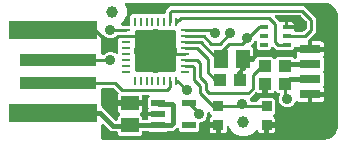
<source format=gbr>
G04 EAGLE Gerber RS-274X export*
G75*
%MOMM*%
%FSLAX34Y34*%
%LPD*%
%INTop Copper*%
%IPPOS*%
%AMOC8*
5,1,8,0,0,1.08239X$1,22.5*%
G01*
%ADD10R,7.500000X1.500000*%
%ADD11R,6.500000X1.000000*%
%ADD12R,1.800000X0.800000*%
%ADD13R,1.075000X1.000000*%
%ADD14C,1.000000*%
%ADD15R,1.240000X1.500000*%
%ADD16R,1.500000X1.240000*%
%ADD17R,0.900000X0.900000*%
%ADD18C,0.350000*%
%ADD19R,0.250000X0.800000*%
%ADD20R,0.800000X0.250000*%
%ADD21R,0.700000X0.350000*%
%ADD22R,1.200000X0.550000*%
%ADD23C,0.254000*%
%ADD24C,0.906400*%
%ADD25C,0.406400*%

G36*
X278110Y2543D02*
X278110Y2543D01*
X278214Y2547D01*
X280105Y2733D01*
X280208Y2757D01*
X280314Y2771D01*
X280394Y2799D01*
X280415Y2804D01*
X280429Y2811D01*
X280466Y2824D01*
X283959Y4270D01*
X283967Y4275D01*
X283976Y4278D01*
X284105Y4354D01*
X284235Y4428D01*
X284242Y4434D01*
X284250Y4439D01*
X284371Y4546D01*
X287044Y7219D01*
X287050Y7226D01*
X287057Y7232D01*
X287147Y7351D01*
X287239Y7470D01*
X287243Y7479D01*
X287249Y7486D01*
X287320Y7631D01*
X288766Y11124D01*
X288795Y11226D01*
X288831Y11326D01*
X288845Y11410D01*
X288850Y11431D01*
X288851Y11446D01*
X288857Y11485D01*
X289043Y13376D01*
X289043Y13395D01*
X289049Y13500D01*
X289049Y107149D01*
X289047Y107169D01*
X289043Y107274D01*
X288857Y109164D01*
X288833Y109268D01*
X288818Y109373D01*
X288791Y109453D01*
X288786Y109474D01*
X288779Y109488D01*
X288766Y109525D01*
X287319Y113019D01*
X287315Y113027D01*
X287312Y113036D01*
X287236Y113165D01*
X287162Y113295D01*
X287155Y113302D01*
X287151Y113310D01*
X287044Y113431D01*
X284371Y116104D01*
X284363Y116110D01*
X284357Y116117D01*
X284238Y116207D01*
X284119Y116299D01*
X284111Y116303D01*
X284103Y116309D01*
X283959Y116379D01*
X280465Y117826D01*
X280363Y117854D01*
X280263Y117891D01*
X280180Y117905D01*
X280159Y117910D01*
X280143Y117911D01*
X280104Y117917D01*
X278214Y118103D01*
X278194Y118103D01*
X278089Y118109D01*
X110108Y118109D01*
X110058Y118103D01*
X110009Y118105D01*
X109901Y118083D01*
X109792Y118069D01*
X109746Y118051D01*
X109697Y118041D01*
X109598Y117993D01*
X109496Y117952D01*
X109456Y117923D01*
X109411Y117901D01*
X109328Y117830D01*
X109239Y117766D01*
X109207Y117727D01*
X109169Y117695D01*
X109106Y117605D01*
X109036Y117521D01*
X109015Y117476D01*
X108986Y117435D01*
X108947Y117332D01*
X108901Y117233D01*
X108891Y117184D01*
X108874Y117138D01*
X108861Y117028D01*
X108841Y116921D01*
X108844Y116871D01*
X108838Y116822D01*
X108854Y116713D01*
X108861Y116603D01*
X108876Y116556D01*
X108883Y116507D01*
X108935Y116354D01*
X110331Y112985D01*
X110331Y107995D01*
X108422Y103386D01*
X105983Y100947D01*
X105897Y100838D01*
X105809Y100731D01*
X105800Y100712D01*
X105788Y100696D01*
X105732Y100568D01*
X105673Y100443D01*
X105670Y100423D01*
X105661Y100404D01*
X105640Y100266D01*
X105614Y100130D01*
X105615Y100110D01*
X105612Y100090D01*
X105625Y99951D01*
X105633Y99813D01*
X105640Y99794D01*
X105641Y99774D01*
X105689Y99642D01*
X105731Y99511D01*
X105742Y99493D01*
X105749Y99474D01*
X105827Y99359D01*
X105901Y99242D01*
X105916Y99228D01*
X105928Y99211D01*
X106032Y99119D01*
X106133Y99024D01*
X106151Y99014D01*
X106166Y99001D01*
X106290Y98937D01*
X106412Y98870D01*
X106431Y98865D01*
X106449Y98856D01*
X106585Y98826D01*
X106720Y98791D01*
X106748Y98789D01*
X106760Y98786D01*
X106780Y98787D01*
X106880Y98781D01*
X111546Y98781D01*
X111584Y98771D01*
X111684Y98765D01*
X111704Y98761D01*
X111716Y98763D01*
X111744Y98761D01*
X112060Y98761D01*
X112178Y98776D01*
X112297Y98783D01*
X112335Y98796D01*
X112376Y98801D01*
X112486Y98844D01*
X112599Y98881D01*
X112634Y98903D01*
X112671Y98918D01*
X112767Y98987D01*
X112868Y99051D01*
X112896Y99081D01*
X112929Y99104D01*
X113005Y99196D01*
X113086Y99283D01*
X113106Y99318D01*
X113131Y99349D01*
X113182Y99457D01*
X113240Y99561D01*
X113250Y99601D01*
X113267Y99637D01*
X113289Y99754D01*
X113319Y99869D01*
X113323Y99929D01*
X113327Y99949D01*
X113325Y99970D01*
X113329Y100030D01*
X113329Y107522D01*
X114818Y109011D01*
X142040Y109011D01*
X142158Y109026D01*
X142277Y109033D01*
X142315Y109046D01*
X142356Y109051D01*
X142466Y109094D01*
X142579Y109131D01*
X142614Y109153D01*
X142651Y109168D01*
X142747Y109237D01*
X142848Y109301D01*
X142876Y109331D01*
X142909Y109354D01*
X142985Y109446D01*
X143066Y109533D01*
X143086Y109568D01*
X143111Y109599D01*
X143162Y109707D01*
X143220Y109811D01*
X143230Y109851D01*
X143247Y109887D01*
X143269Y110004D01*
X143299Y110119D01*
X143303Y110179D01*
X143307Y110199D01*
X143305Y110220D01*
X143309Y110280D01*
X143309Y111868D01*
X147012Y115571D01*
X260658Y115571D01*
X270511Y105718D01*
X270511Y93672D01*
X267907Y91068D01*
X264002Y87163D01*
X263942Y87085D01*
X263874Y87013D01*
X263845Y86960D01*
X263808Y86912D01*
X263768Y86821D01*
X263720Y86734D01*
X263705Y86676D01*
X263681Y86620D01*
X263666Y86522D01*
X263641Y86426D01*
X263635Y86326D01*
X263631Y86306D01*
X263632Y86294D01*
X263631Y86266D01*
X263631Y81049D01*
X253030Y81049D01*
X252912Y81034D01*
X252793Y81027D01*
X252755Y81014D01*
X252714Y81009D01*
X252604Y80966D01*
X252491Y80929D01*
X252456Y80907D01*
X252419Y80892D01*
X252323Y80823D01*
X252222Y80759D01*
X252194Y80729D01*
X252161Y80706D01*
X252085Y80614D01*
X252004Y80527D01*
X251984Y80492D01*
X251959Y80461D01*
X251908Y80353D01*
X251850Y80249D01*
X251840Y80209D01*
X251823Y80173D01*
X251801Y80056D01*
X251771Y79941D01*
X251767Y79881D01*
X251766Y79872D01*
X250272Y78379D01*
X241164Y78379D01*
X241101Y78428D01*
X241029Y78496D01*
X240976Y78525D01*
X240928Y78562D01*
X240837Y78602D01*
X240750Y78650D01*
X240692Y78665D01*
X240636Y78689D01*
X240539Y78704D01*
X240443Y78729D01*
X240342Y78735D01*
X240322Y78739D01*
X240310Y78737D01*
X240282Y78739D01*
X237182Y78739D01*
X234927Y80993D01*
X234818Y81079D01*
X234711Y81167D01*
X234692Y81176D01*
X234676Y81188D01*
X234548Y81244D01*
X234423Y81303D01*
X234403Y81307D01*
X234384Y81315D01*
X234246Y81337D01*
X234110Y81363D01*
X234090Y81361D01*
X234070Y81364D01*
X233931Y81351D01*
X233793Y81343D01*
X233774Y81337D01*
X233754Y81335D01*
X233622Y81287D01*
X233491Y81245D01*
X233473Y81234D01*
X233454Y81227D01*
X233339Y81149D01*
X233222Y81075D01*
X233208Y81060D01*
X233191Y81048D01*
X233099Y80944D01*
X233004Y80843D01*
X232994Y80825D01*
X232981Y80810D01*
X232917Y80686D01*
X232850Y80564D01*
X232845Y80545D01*
X232836Y80527D01*
X232806Y80391D01*
X232771Y80257D01*
X232769Y80228D01*
X232766Y80217D01*
X232767Y80196D01*
X232761Y80096D01*
X232761Y79868D01*
X231272Y78379D01*
X222168Y78379D01*
X220679Y79868D01*
X220679Y84774D01*
X220671Y84843D01*
X220672Y84913D01*
X220651Y85000D01*
X220639Y85089D01*
X220614Y85154D01*
X220597Y85222D01*
X220555Y85301D01*
X220522Y85385D01*
X220481Y85441D01*
X220449Y85503D01*
X220388Y85569D01*
X220336Y85642D01*
X220282Y85687D01*
X220235Y85738D01*
X220160Y85788D01*
X220091Y85845D01*
X220027Y85875D01*
X219969Y85913D01*
X219884Y85942D01*
X219803Y85980D01*
X219734Y85994D01*
X219668Y86016D01*
X219579Y86023D01*
X219491Y86040D01*
X219421Y86036D01*
X219351Y86041D01*
X219263Y86026D01*
X219173Y86020D01*
X219107Y85999D01*
X219038Y85987D01*
X218956Y85950D01*
X218871Y85922D01*
X218812Y85885D01*
X218748Y85856D01*
X218678Y85800D01*
X218602Y85752D01*
X218554Y85701D01*
X218500Y85658D01*
X218445Y85586D01*
X218384Y85521D01*
X218350Y85460D01*
X218308Y85404D01*
X218237Y85259D01*
X218086Y84894D01*
X216042Y82849D01*
X215965Y82750D01*
X215882Y82655D01*
X215867Y82625D01*
X215847Y82598D01*
X215797Y82483D01*
X215741Y82370D01*
X215734Y82337D01*
X215720Y82306D01*
X215701Y82182D01*
X215674Y82059D01*
X215676Y82025D01*
X215670Y81992D01*
X215682Y81867D01*
X215687Y81741D01*
X215697Y81709D01*
X215700Y81675D01*
X215743Y81557D01*
X215779Y81437D01*
X215796Y81408D01*
X215808Y81376D01*
X215878Y81272D01*
X215943Y81165D01*
X215968Y81141D01*
X215986Y81113D01*
X216081Y81030D01*
X216170Y80942D01*
X216211Y80915D01*
X216225Y80903D01*
X216244Y80893D01*
X216304Y80853D01*
X216650Y80653D01*
X217123Y80180D01*
X217458Y79601D01*
X217631Y78954D01*
X217631Y73659D01*
X210160Y73659D01*
X210042Y73644D01*
X209923Y73637D01*
X209885Y73624D01*
X209845Y73619D01*
X209734Y73575D01*
X209621Y73539D01*
X209586Y73517D01*
X209549Y73502D01*
X209453Y73432D01*
X209352Y73369D01*
X209324Y73339D01*
X209292Y73315D01*
X209216Y73224D01*
X209134Y73137D01*
X209115Y73102D01*
X209089Y73070D01*
X209038Y72963D01*
X208981Y72859D01*
X208970Y72819D01*
X208953Y72783D01*
X208931Y72666D01*
X208901Y72551D01*
X208897Y72490D01*
X208893Y72470D01*
X208895Y72450D01*
X208891Y72390D01*
X208891Y71119D01*
X207620Y71119D01*
X207502Y71104D01*
X207383Y71097D01*
X207345Y71084D01*
X207305Y71079D01*
X207194Y71035D01*
X207081Y70999D01*
X207046Y70977D01*
X207009Y70962D01*
X206913Y70892D01*
X206812Y70829D01*
X206784Y70799D01*
X206751Y70775D01*
X206676Y70684D01*
X206594Y70597D01*
X206574Y70562D01*
X206549Y70530D01*
X206498Y70423D01*
X206440Y70319D01*
X206430Y70279D01*
X206413Y70243D01*
X206391Y70126D01*
X206361Y70011D01*
X206357Y69950D01*
X206353Y69930D01*
X206355Y69910D01*
X206353Y69892D01*
X206353Y69891D01*
X206351Y69850D01*
X206351Y61079D01*
X205390Y61079D01*
X205272Y61064D01*
X205153Y61057D01*
X205115Y61044D01*
X205074Y61039D01*
X204964Y60996D01*
X204851Y60959D01*
X204816Y60937D01*
X204779Y60922D01*
X204682Y60853D01*
X204582Y60789D01*
X204554Y60759D01*
X204521Y60736D01*
X204445Y60644D01*
X204364Y60557D01*
X204344Y60522D01*
X204319Y60491D01*
X204268Y60383D01*
X204210Y60279D01*
X204200Y60239D01*
X204183Y60203D01*
X204161Y60086D01*
X204131Y59971D01*
X204127Y59911D01*
X204123Y59891D01*
X204125Y59870D01*
X204121Y59810D01*
X204121Y54570D01*
X204136Y54452D01*
X204143Y54333D01*
X204155Y54295D01*
X204161Y54255D01*
X204204Y54144D01*
X204241Y54031D01*
X204263Y53997D01*
X204278Y53959D01*
X204347Y53863D01*
X204411Y53762D01*
X204441Y53734D01*
X204464Y53702D01*
X204556Y53626D01*
X204643Y53544D01*
X204678Y53525D01*
X204709Y53499D01*
X204817Y53448D01*
X204921Y53391D01*
X204961Y53381D01*
X204997Y53363D01*
X205114Y53341D01*
X205229Y53311D01*
X205289Y53307D01*
X205309Y53304D01*
X205330Y53305D01*
X205390Y53301D01*
X207850Y53301D01*
X207968Y53316D01*
X208087Y53323D01*
X208125Y53336D01*
X208166Y53341D01*
X208276Y53385D01*
X208389Y53421D01*
X208424Y53443D01*
X208461Y53458D01*
X208557Y53528D01*
X208658Y53591D01*
X208686Y53621D01*
X208719Y53645D01*
X208795Y53736D01*
X208876Y53823D01*
X208896Y53858D01*
X208921Y53890D01*
X208972Y53997D01*
X209030Y54102D01*
X209040Y54141D01*
X209057Y54177D01*
X209079Y54294D01*
X209109Y54410D01*
X209113Y54470D01*
X209117Y54490D01*
X209116Y54497D01*
X209117Y54499D01*
X209116Y54515D01*
X209119Y54570D01*
X209119Y60881D01*
X210160Y60881D01*
X210278Y60896D01*
X210397Y60903D01*
X210435Y60916D01*
X210475Y60921D01*
X210586Y60964D01*
X210699Y61001D01*
X210734Y61023D01*
X210771Y61038D01*
X210867Y61107D01*
X210968Y61171D01*
X210996Y61201D01*
X211028Y61224D01*
X211104Y61316D01*
X211186Y61403D01*
X211205Y61438D01*
X211231Y61469D01*
X211282Y61577D01*
X211339Y61681D01*
X211350Y61721D01*
X211367Y61757D01*
X211389Y61874D01*
X211419Y61989D01*
X211423Y62049D01*
X211427Y62069D01*
X211425Y62090D01*
X211429Y62150D01*
X211429Y68581D01*
X218045Y68581D01*
X218163Y68596D01*
X218282Y68603D01*
X218320Y68616D01*
X218361Y68621D01*
X218471Y68664D01*
X218584Y68701D01*
X218619Y68723D01*
X218656Y68738D01*
X218752Y68808D01*
X218853Y68871D01*
X218881Y68901D01*
X218914Y68925D01*
X218990Y69016D01*
X219071Y69103D01*
X219091Y69138D01*
X219116Y69169D01*
X219167Y69277D01*
X219225Y69381D01*
X219235Y69421D01*
X219252Y69457D01*
X219274Y69574D01*
X219304Y69689D01*
X219308Y69750D01*
X219312Y69770D01*
X219310Y69790D01*
X219314Y69850D01*
X219314Y70842D01*
X220803Y72331D01*
X233657Y72331D01*
X234832Y71156D01*
X234927Y71083D01*
X235016Y71004D01*
X235052Y70986D01*
X235084Y70961D01*
X235193Y70913D01*
X235299Y70859D01*
X235338Y70850D01*
X235376Y70834D01*
X235493Y70816D01*
X235609Y70790D01*
X235650Y70791D01*
X235690Y70785D01*
X235808Y70796D01*
X235927Y70799D01*
X235966Y70811D01*
X236006Y70814D01*
X236119Y70855D01*
X236233Y70888D01*
X236267Y70908D01*
X236306Y70922D01*
X236404Y70989D01*
X236507Y71049D01*
X236552Y71089D01*
X236569Y71101D01*
X236582Y71116D01*
X236627Y71156D01*
X237803Y72331D01*
X250657Y72331D01*
X251694Y71294D01*
X251772Y71234D01*
X251844Y71166D01*
X251897Y71137D01*
X251945Y71100D01*
X252036Y71060D01*
X252123Y71012D01*
X252181Y70997D01*
X252237Y70973D01*
X252335Y70958D01*
X252430Y70933D01*
X252531Y70927D01*
X252551Y70923D01*
X252563Y70925D01*
X252591Y70923D01*
X253084Y70923D01*
X253182Y70935D01*
X253281Y70938D01*
X253339Y70955D01*
X253399Y70963D01*
X253491Y70999D01*
X253587Y71027D01*
X253639Y71057D01*
X253695Y71080D01*
X253775Y71138D01*
X253860Y71188D01*
X253936Y71254D01*
X253952Y71266D01*
X253960Y71276D01*
X253981Y71294D01*
X254489Y71802D01*
X254563Y71897D01*
X254642Y71987D01*
X254660Y72023D01*
X254684Y72054D01*
X254732Y72164D01*
X254786Y72271D01*
X254795Y72309D01*
X254811Y72346D01*
X254830Y72464D01*
X254856Y72581D01*
X254854Y72621D01*
X254861Y72660D01*
X254849Y72779D01*
X254845Y72899D01*
X254834Y72937D01*
X254831Y72976D01*
X254790Y73089D01*
X254757Y73204D01*
X254736Y73239D01*
X254723Y73276D01*
X254693Y73320D01*
X254680Y73345D01*
X254262Y74069D01*
X254089Y74716D01*
X254089Y77051D01*
X264900Y77051D01*
X265018Y77066D01*
X265137Y77073D01*
X265175Y77085D01*
X265215Y77091D01*
X265326Y77134D01*
X265439Y77171D01*
X265473Y77193D01*
X265511Y77208D01*
X265607Y77277D01*
X265624Y77288D01*
X265648Y77274D01*
X265680Y77249D01*
X265787Y77198D01*
X265892Y77140D01*
X265931Y77130D01*
X265967Y77113D01*
X266084Y77091D01*
X266200Y77061D01*
X266260Y77057D01*
X266280Y77053D01*
X266300Y77055D01*
X266360Y77051D01*
X277171Y77051D01*
X277171Y74716D01*
X276998Y74069D01*
X276620Y73416D01*
X276619Y73414D01*
X276615Y73407D01*
X276594Y73370D01*
X276577Y73348D01*
X276529Y73238D01*
X276474Y73131D01*
X276466Y73092D01*
X276450Y73056D01*
X276431Y72938D01*
X276405Y72821D01*
X276406Y72781D01*
X276400Y72742D01*
X276411Y72623D01*
X276414Y72503D01*
X276425Y72465D01*
X276429Y72425D01*
X276469Y72312D01*
X276503Y72197D01*
X276523Y72163D01*
X276536Y72126D01*
X276603Y72027D01*
X276664Y71923D01*
X276703Y71879D01*
X276714Y71863D01*
X276730Y71849D01*
X276771Y71803D01*
X277171Y71402D01*
X277171Y61298D01*
X276771Y60897D01*
X276698Y60803D01*
X276619Y60714D01*
X276601Y60678D01*
X276576Y60646D01*
X276528Y60537D01*
X276474Y60431D01*
X276465Y60392D01*
X276449Y60354D01*
X276431Y60237D01*
X276405Y60121D01*
X276406Y60080D01*
X276400Y60040D01*
X276411Y59922D01*
X276414Y59803D01*
X276426Y59764D01*
X276429Y59724D01*
X276470Y59612D01*
X276503Y59497D01*
X276523Y59462D01*
X276537Y59424D01*
X276604Y59326D01*
X276664Y59223D01*
X276704Y59178D01*
X276716Y59161D01*
X276731Y59148D01*
X276771Y59102D01*
X277171Y58702D01*
X277171Y48598D01*
X276771Y48197D01*
X276697Y48103D01*
X276618Y48013D01*
X276600Y47977D01*
X276576Y47946D01*
X276528Y47836D01*
X276474Y47729D01*
X276465Y47691D01*
X276449Y47654D01*
X276430Y47536D01*
X276404Y47419D01*
X276406Y47379D01*
X276399Y47340D01*
X276411Y47221D01*
X276415Y47101D01*
X276426Y47063D01*
X276429Y47024D01*
X276470Y46911D01*
X276503Y46796D01*
X276524Y46761D01*
X276537Y46724D01*
X276567Y46680D01*
X276580Y46655D01*
X276998Y45931D01*
X277171Y45284D01*
X277171Y42949D01*
X266360Y42949D01*
X266242Y42934D01*
X266123Y42927D01*
X266085Y42914D01*
X266045Y42909D01*
X265934Y42866D01*
X265821Y42829D01*
X265787Y42807D01*
X265749Y42792D01*
X265653Y42723D01*
X265552Y42659D01*
X265524Y42629D01*
X265492Y42606D01*
X265416Y42514D01*
X265334Y42427D01*
X265315Y42392D01*
X265289Y42361D01*
X265238Y42253D01*
X265181Y42149D01*
X265171Y42109D01*
X265153Y42073D01*
X265131Y41956D01*
X265101Y41841D01*
X265097Y41781D01*
X265094Y41761D01*
X265095Y41740D01*
X265091Y41680D01*
X265091Y41489D01*
X264900Y41489D01*
X264782Y41474D01*
X264663Y41467D01*
X264625Y41454D01*
X264584Y41449D01*
X264474Y41405D01*
X264361Y41369D01*
X264326Y41347D01*
X264289Y41332D01*
X264192Y41262D01*
X264092Y41199D01*
X264064Y41169D01*
X264031Y41145D01*
X263955Y41054D01*
X263874Y40967D01*
X263854Y40932D01*
X263829Y40900D01*
X263778Y40793D01*
X263720Y40688D01*
X263710Y40649D01*
X263693Y40613D01*
X263671Y40496D01*
X263641Y40380D01*
X263637Y40320D01*
X263633Y40300D01*
X263635Y40280D01*
X263631Y40220D01*
X263631Y34409D01*
X256296Y34409D01*
X255649Y34582D01*
X255056Y34925D01*
X255049Y34933D01*
X254957Y34993D01*
X254870Y35060D01*
X254825Y35080D01*
X254783Y35108D01*
X254679Y35143D01*
X254578Y35187D01*
X254529Y35195D01*
X254482Y35211D01*
X254373Y35219D01*
X254264Y35237D01*
X254215Y35232D01*
X254165Y35236D01*
X254057Y35217D01*
X253948Y35207D01*
X253901Y35190D01*
X253852Y35182D01*
X253752Y35137D01*
X253648Y35099D01*
X253607Y35071D01*
X253562Y35051D01*
X253476Y34983D01*
X253385Y34921D01*
X253352Y34884D01*
X253313Y34852D01*
X253247Y34765D01*
X253175Y34683D01*
X253152Y34638D01*
X253122Y34598D01*
X253051Y34454D01*
X252376Y32824D01*
X250386Y30834D01*
X247787Y29757D01*
X244973Y29757D01*
X242374Y30834D01*
X240384Y32824D01*
X239307Y35423D01*
X239307Y38237D01*
X240135Y40234D01*
X240148Y40282D01*
X240169Y40327D01*
X240190Y40435D01*
X240219Y40541D01*
X240219Y40591D01*
X240229Y40640D01*
X240222Y40749D01*
X240224Y40859D01*
X240212Y40907D01*
X240209Y40957D01*
X240175Y41061D01*
X240149Y41168D01*
X240126Y41212D01*
X240111Y41259D01*
X240052Y41352D01*
X240001Y41449D01*
X239967Y41486D01*
X239941Y41528D01*
X239861Y41603D01*
X239787Y41685D01*
X239745Y41712D01*
X239709Y41746D01*
X239613Y41799D01*
X239521Y41859D01*
X239474Y41876D01*
X239431Y41900D01*
X239324Y41927D01*
X239220Y41963D01*
X239171Y41967D01*
X239123Y41979D01*
X238962Y41989D01*
X238293Y41989D01*
X237097Y43185D01*
X236998Y43262D01*
X236902Y43344D01*
X236872Y43359D01*
X236846Y43380D01*
X236730Y43430D01*
X236618Y43486D01*
X236585Y43493D01*
X236554Y43506D01*
X236429Y43526D01*
X236307Y43552D01*
X236273Y43551D01*
X236240Y43556D01*
X236114Y43544D01*
X235989Y43539D01*
X235957Y43529D01*
X235923Y43526D01*
X235804Y43483D01*
X235684Y43447D01*
X235656Y43430D01*
X235624Y43419D01*
X235520Y43348D01*
X235412Y43283D01*
X235389Y43259D01*
X235361Y43240D01*
X235277Y43145D01*
X235189Y43056D01*
X235162Y43015D01*
X235150Y43002D01*
X235141Y42982D01*
X234655Y42497D01*
X234076Y42162D01*
X233429Y41989D01*
X230219Y41989D01*
X230219Y48300D01*
X230204Y48418D01*
X230197Y48537D01*
X230184Y48575D01*
X230179Y48615D01*
X230136Y48726D01*
X230099Y48839D01*
X230077Y48873D01*
X230062Y48911D01*
X229993Y49007D01*
X229929Y49108D01*
X229899Y49136D01*
X229876Y49168D01*
X229784Y49244D01*
X229697Y49326D01*
X229662Y49345D01*
X229631Y49371D01*
X229523Y49422D01*
X229419Y49479D01*
X229379Y49489D01*
X229343Y49507D01*
X229226Y49529D01*
X229111Y49559D01*
X229051Y49563D01*
X229031Y49566D01*
X229010Y49565D01*
X228950Y49569D01*
X226490Y49569D01*
X226372Y49554D01*
X226253Y49547D01*
X226215Y49534D01*
X226174Y49529D01*
X226064Y49485D01*
X225951Y49449D01*
X225916Y49427D01*
X225879Y49412D01*
X225782Y49342D01*
X225682Y49279D01*
X225654Y49249D01*
X225621Y49225D01*
X225545Y49134D01*
X225464Y49047D01*
X225444Y49012D01*
X225419Y48980D01*
X225368Y48873D01*
X225310Y48768D01*
X225300Y48729D01*
X225283Y48693D01*
X225261Y48576D01*
X225231Y48460D01*
X225227Y48400D01*
X225223Y48380D01*
X225225Y48360D01*
X225221Y48300D01*
X225221Y41989D01*
X222011Y41989D01*
X221364Y42162D01*
X220710Y42540D01*
X220606Y42584D01*
X220506Y42635D01*
X220460Y42645D01*
X220417Y42664D01*
X220305Y42680D01*
X220196Y42705D01*
X220149Y42703D01*
X220102Y42710D01*
X219990Y42698D01*
X219878Y42695D01*
X219833Y42682D01*
X219786Y42677D01*
X219680Y42638D01*
X219572Y42607D01*
X219532Y42583D01*
X219488Y42566D01*
X219395Y42502D01*
X219299Y42445D01*
X219244Y42397D01*
X219226Y42385D01*
X219215Y42371D01*
X219178Y42339D01*
X217542Y40703D01*
X214755Y37916D01*
X214737Y37893D01*
X214715Y37874D01*
X214640Y37768D01*
X214560Y37665D01*
X214549Y37638D01*
X214532Y37614D01*
X214486Y37493D01*
X214434Y37373D01*
X214430Y37344D01*
X214419Y37316D01*
X214405Y37187D01*
X214384Y37059D01*
X214387Y37030D01*
X214384Y37000D01*
X214402Y36872D01*
X214414Y36742D01*
X214424Y36715D01*
X214428Y36685D01*
X214480Y36533D01*
X214927Y35454D01*
X214942Y35429D01*
X214951Y35401D01*
X215020Y35291D01*
X215085Y35178D01*
X215105Y35157D01*
X215121Y35132D01*
X215216Y35043D01*
X215306Y34950D01*
X215331Y34934D01*
X215353Y34914D01*
X215466Y34851D01*
X215577Y34783D01*
X215605Y34775D01*
X215631Y34760D01*
X215757Y34728D01*
X215881Y34690D01*
X215911Y34688D01*
X215939Y34681D01*
X216100Y34671D01*
X220470Y34671D01*
X220588Y34686D01*
X220707Y34693D01*
X220745Y34706D01*
X220786Y34711D01*
X220896Y34754D01*
X221009Y34791D01*
X221044Y34813D01*
X221081Y34828D01*
X221177Y34897D01*
X221278Y34961D01*
X221306Y34991D01*
X221339Y35014D01*
X221415Y35106D01*
X221496Y35193D01*
X221516Y35228D01*
X221541Y35259D01*
X221592Y35367D01*
X221650Y35471D01*
X221660Y35511D01*
X221677Y35547D01*
X221699Y35664D01*
X221729Y35779D01*
X221733Y35839D01*
X221737Y35859D01*
X221735Y35880D01*
X221739Y35940D01*
X221739Y36412D01*
X223228Y37901D01*
X234332Y37901D01*
X235821Y36412D01*
X235821Y25308D01*
X234150Y23637D01*
X234073Y23537D01*
X233990Y23442D01*
X233975Y23412D01*
X233955Y23385D01*
X233905Y23270D01*
X233849Y23157D01*
X233842Y23124D01*
X233828Y23093D01*
X233809Y22969D01*
X233782Y22846D01*
X233784Y22813D01*
X233779Y22779D01*
X233790Y22654D01*
X233796Y22529D01*
X233805Y22496D01*
X233808Y22463D01*
X233851Y22344D01*
X233887Y22224D01*
X233905Y22195D01*
X233916Y22163D01*
X233987Y22060D01*
X234052Y21952D01*
X234076Y21928D01*
X234095Y21900D01*
X234189Y21817D01*
X234279Y21729D01*
X234319Y21702D01*
X234333Y21690D01*
X234352Y21680D01*
X234413Y21640D01*
X234840Y21393D01*
X235313Y20920D01*
X235648Y20341D01*
X235821Y19694D01*
X235821Y17109D01*
X229760Y17109D01*
X229642Y17094D01*
X229523Y17087D01*
X229485Y17074D01*
X229445Y17069D01*
X229334Y17026D01*
X229221Y16989D01*
X229187Y16967D01*
X229149Y16952D01*
X229053Y16883D01*
X228952Y16819D01*
X228924Y16789D01*
X228892Y16766D01*
X228816Y16674D01*
X228734Y16587D01*
X228715Y16552D01*
X228689Y16521D01*
X228638Y16413D01*
X228581Y16309D01*
X228571Y16269D01*
X228553Y16233D01*
X228531Y16116D01*
X228501Y16001D01*
X228497Y15941D01*
X228494Y15921D01*
X228495Y15900D01*
X228491Y15840D01*
X228491Y15149D01*
X227800Y15149D01*
X227682Y15134D01*
X227563Y15127D01*
X227525Y15114D01*
X227484Y15109D01*
X227374Y15065D01*
X227261Y15029D01*
X227226Y15007D01*
X227189Y14992D01*
X227092Y14922D01*
X226992Y14859D01*
X226964Y14829D01*
X226931Y14805D01*
X226855Y14714D01*
X226774Y14627D01*
X226754Y14592D01*
X226729Y14560D01*
X226678Y14453D01*
X226620Y14348D01*
X226610Y14309D01*
X226593Y14273D01*
X226571Y14156D01*
X226541Y14040D01*
X226537Y13980D01*
X226533Y13960D01*
X226535Y13940D01*
X226531Y13880D01*
X226531Y7819D01*
X223946Y7819D01*
X223299Y7992D01*
X222720Y8327D01*
X222247Y8800D01*
X221912Y9379D01*
X221734Y10044D01*
X221684Y10167D01*
X221639Y10292D01*
X221624Y10314D01*
X221614Y10339D01*
X221535Y10445D01*
X221461Y10555D01*
X221441Y10573D01*
X221424Y10594D01*
X221322Y10678D01*
X221222Y10765D01*
X221198Y10777D01*
X221177Y10794D01*
X221057Y10850D01*
X220939Y10910D01*
X220913Y10916D01*
X220888Y10927D01*
X220758Y10950D01*
X220629Y10979D01*
X220602Y10979D01*
X220575Y10983D01*
X220443Y10974D01*
X220311Y10970D01*
X220285Y10962D01*
X220258Y10960D01*
X220132Y10918D01*
X220005Y10881D01*
X219982Y10868D01*
X219957Y10859D01*
X219845Y10787D01*
X219732Y10720D01*
X219703Y10695D01*
X219690Y10686D01*
X219675Y10670D01*
X219611Y10613D01*
X216146Y7148D01*
X211537Y5239D01*
X206547Y5239D01*
X201938Y7148D01*
X198410Y10676D01*
X197263Y13447D01*
X197228Y13508D01*
X197202Y13573D01*
X197150Y13646D01*
X197105Y13724D01*
X197056Y13774D01*
X197016Y13830D01*
X196946Y13888D01*
X196884Y13952D01*
X196824Y13989D01*
X196771Y14033D01*
X196689Y14071D01*
X196613Y14118D01*
X196546Y14139D01*
X196483Y14169D01*
X196395Y14186D01*
X196309Y14212D01*
X196239Y14215D01*
X196170Y14228D01*
X196081Y14223D01*
X195991Y14227D01*
X195923Y14213D01*
X195853Y14209D01*
X195768Y14181D01*
X195680Y14163D01*
X195617Y14132D01*
X195551Y14111D01*
X195475Y14063D01*
X195394Y14023D01*
X195341Y13978D01*
X195282Y13940D01*
X195220Y13875D01*
X195152Y13817D01*
X195112Y13760D01*
X195064Y13709D01*
X195021Y13630D01*
X194969Y13557D01*
X194944Y13491D01*
X194910Y13430D01*
X194888Y13344D01*
X194856Y13259D01*
X194848Y13190D01*
X194831Y13122D01*
X194821Y12962D01*
X194821Y10026D01*
X194648Y9379D01*
X194313Y8800D01*
X193840Y8327D01*
X193261Y7992D01*
X192614Y7819D01*
X190029Y7819D01*
X190029Y13880D01*
X190014Y13998D01*
X190007Y14117D01*
X189994Y14155D01*
X189989Y14195D01*
X189946Y14306D01*
X189909Y14419D01*
X189887Y14453D01*
X189872Y14491D01*
X189803Y14587D01*
X189739Y14688D01*
X189709Y14716D01*
X189686Y14748D01*
X189594Y14824D01*
X189507Y14906D01*
X189472Y14925D01*
X189441Y14951D01*
X189333Y15002D01*
X189229Y15059D01*
X189189Y15069D01*
X189153Y15087D01*
X189036Y15109D01*
X188921Y15139D01*
X188861Y15143D01*
X188841Y15146D01*
X188820Y15145D01*
X188760Y15149D01*
X188069Y15149D01*
X188069Y15840D01*
X188054Y15958D01*
X188047Y16077D01*
X188034Y16115D01*
X188029Y16156D01*
X187985Y16266D01*
X187949Y16379D01*
X187927Y16414D01*
X187912Y16451D01*
X187842Y16547D01*
X187779Y16648D01*
X187749Y16676D01*
X187725Y16709D01*
X187634Y16785D01*
X187547Y16866D01*
X187512Y16886D01*
X187480Y16911D01*
X187373Y16962D01*
X187268Y17020D01*
X187229Y17030D01*
X187193Y17047D01*
X187076Y17069D01*
X186960Y17099D01*
X186900Y17103D01*
X186880Y17107D01*
X186860Y17105D01*
X186800Y17109D01*
X180739Y17109D01*
X180739Y19694D01*
X180912Y20341D01*
X181247Y20920D01*
X181720Y21393D01*
X182147Y21640D01*
X182248Y21716D01*
X182352Y21786D01*
X182374Y21812D01*
X182401Y21832D01*
X182479Y21931D01*
X182562Y22025D01*
X182577Y22055D01*
X182598Y22081D01*
X182650Y22196D01*
X182707Y22308D01*
X182714Y22341D01*
X182728Y22372D01*
X182749Y22496D01*
X182776Y22618D01*
X182775Y22652D01*
X182781Y22685D01*
X182770Y22811D01*
X182767Y22936D01*
X182757Y22969D01*
X182754Y23002D01*
X182713Y23121D01*
X182678Y23242D01*
X182661Y23271D01*
X182650Y23303D01*
X182581Y23407D01*
X182517Y23516D01*
X182484Y23553D01*
X182474Y23568D01*
X182458Y23582D01*
X182410Y23637D01*
X180689Y25357D01*
X180580Y25443D01*
X180473Y25531D01*
X180454Y25540D01*
X180438Y25552D01*
X180310Y25608D01*
X180185Y25667D01*
X180165Y25671D01*
X180146Y25679D01*
X180008Y25701D01*
X179872Y25727D01*
X179852Y25725D01*
X179832Y25729D01*
X179693Y25715D01*
X179555Y25707D01*
X179536Y25701D01*
X179516Y25699D01*
X179384Y25652D01*
X179253Y25609D01*
X179235Y25598D01*
X179216Y25591D01*
X179101Y25513D01*
X178984Y25439D01*
X178970Y25424D01*
X178953Y25413D01*
X178861Y25308D01*
X178766Y25207D01*
X178756Y25189D01*
X178743Y25174D01*
X178679Y25050D01*
X178612Y24929D01*
X178607Y24909D01*
X178598Y24891D01*
X178568Y24755D01*
X178533Y24621D01*
X178531Y24593D01*
X178528Y24581D01*
X178529Y24560D01*
X178523Y24460D01*
X178523Y22723D01*
X177446Y20124D01*
X175456Y18134D01*
X172857Y17057D01*
X172671Y17057D01*
X172553Y17042D01*
X172434Y17035D01*
X172396Y17022D01*
X172355Y17017D01*
X172245Y16974D01*
X172132Y16937D01*
X172097Y16915D01*
X172060Y16900D01*
X171964Y16831D01*
X171863Y16767D01*
X171835Y16737D01*
X171802Y16714D01*
X171726Y16622D01*
X171645Y16535D01*
X171625Y16500D01*
X171600Y16469D01*
X171549Y16361D01*
X171491Y16257D01*
X171481Y16217D01*
X171464Y16181D01*
X171442Y16064D01*
X171412Y15949D01*
X171408Y15889D01*
X171404Y15869D01*
X171406Y15848D01*
X171402Y15788D01*
X171402Y10828D01*
X169913Y9339D01*
X155809Y9339D01*
X154320Y10828D01*
X154320Y11439D01*
X154304Y11571D01*
X154298Y11662D01*
X154294Y11676D01*
X154290Y11716D01*
X154283Y11735D01*
X154280Y11755D01*
X154229Y11884D01*
X154182Y12015D01*
X154171Y12032D01*
X154163Y12050D01*
X154082Y12163D01*
X154004Y12278D01*
X153988Y12291D01*
X153977Y12308D01*
X153869Y12397D01*
X153765Y12488D01*
X153747Y12498D01*
X153732Y12511D01*
X153606Y12570D01*
X153482Y12633D01*
X153462Y12638D01*
X153444Y12646D01*
X153307Y12672D01*
X153172Y12703D01*
X153151Y12702D01*
X153132Y12706D01*
X152993Y12697D01*
X152854Y12693D01*
X152834Y12687D01*
X152814Y12686D01*
X152682Y12643D01*
X152548Y12605D01*
X152531Y12594D01*
X152512Y12588D01*
X152442Y12544D01*
X152426Y12538D01*
X152387Y12510D01*
X152274Y12443D01*
X152253Y12425D01*
X152243Y12418D01*
X152229Y12403D01*
X152175Y12355D01*
X152169Y12351D01*
X152166Y12348D01*
X152154Y12337D01*
X151383Y11566D01*
X151382Y11566D01*
X149874Y10057D01*
X145155Y10057D01*
X145057Y10045D01*
X144958Y10042D01*
X144900Y10025D01*
X144840Y10017D01*
X144748Y9981D01*
X144652Y9953D01*
X144600Y9923D01*
X144544Y9900D01*
X144464Y9842D01*
X144379Y9792D01*
X144303Y9726D01*
X144287Y9714D01*
X144279Y9704D01*
X144258Y9686D01*
X143911Y9339D01*
X129807Y9339D01*
X129460Y9686D01*
X129382Y9746D01*
X129310Y9814D01*
X129257Y9843D01*
X129209Y9880D01*
X129118Y9920D01*
X129031Y9968D01*
X128973Y9983D01*
X128917Y10007D01*
X128819Y10022D01*
X128724Y10047D01*
X128623Y10053D01*
X128603Y10057D01*
X128591Y10055D01*
X128563Y10057D01*
X124340Y10057D01*
X124222Y10042D01*
X124103Y10035D01*
X124065Y10022D01*
X124024Y10017D01*
X123914Y9974D01*
X123801Y9937D01*
X123766Y9915D01*
X123729Y9900D01*
X123633Y9831D01*
X123532Y9767D01*
X123504Y9737D01*
X123471Y9714D01*
X123395Y9622D01*
X123314Y9535D01*
X123294Y9500D01*
X123269Y9469D01*
X123218Y9361D01*
X123160Y9257D01*
X123150Y9217D01*
X123133Y9181D01*
X123111Y9064D01*
X123081Y8949D01*
X123077Y8889D01*
X123073Y8869D01*
X123075Y8848D01*
X123071Y8788D01*
X123071Y7378D01*
X121582Y5889D01*
X104478Y5889D01*
X102989Y7378D01*
X102989Y8128D01*
X102974Y8246D01*
X102967Y8365D01*
X102954Y8403D01*
X102949Y8444D01*
X102906Y8554D01*
X102869Y8667D01*
X102847Y8702D01*
X102832Y8739D01*
X102763Y8835D01*
X102699Y8936D01*
X102669Y8964D01*
X102646Y8997D01*
X102554Y9073D01*
X102467Y9154D01*
X102432Y9174D01*
X102401Y9199D01*
X102293Y9250D01*
X102189Y9308D01*
X102149Y9318D01*
X102113Y9335D01*
X101996Y9357D01*
X101881Y9387D01*
X101821Y9391D01*
X101801Y9395D01*
X101780Y9393D01*
X101720Y9397D01*
X97166Y9397D01*
X94116Y12448D01*
X91068Y15496D01*
X90958Y15581D01*
X90851Y15670D01*
X90832Y15678D01*
X90816Y15691D01*
X90688Y15746D01*
X90563Y15805D01*
X90543Y15809D01*
X90524Y15817D01*
X90386Y15839D01*
X90251Y15865D01*
X90230Y15864D01*
X90210Y15867D01*
X90071Y15854D01*
X89933Y15845D01*
X89914Y15839D01*
X89894Y15837D01*
X89762Y15790D01*
X89631Y15747D01*
X89613Y15736D01*
X89594Y15729D01*
X89479Y15651D01*
X89362Y15577D01*
X89348Y15562D01*
X89331Y15551D01*
X89239Y15447D01*
X89144Y15345D01*
X89134Y15328D01*
X89121Y15312D01*
X89057Y15188D01*
X88990Y15067D01*
X88985Y15047D01*
X88976Y15029D01*
X88946Y14893D01*
X88911Y14759D01*
X88909Y14731D01*
X88907Y14719D01*
X88907Y14698D01*
X88901Y14598D01*
X88901Y3810D01*
X88916Y3692D01*
X88923Y3573D01*
X88936Y3535D01*
X88941Y3494D01*
X88984Y3384D01*
X89021Y3271D01*
X89043Y3236D01*
X89058Y3199D01*
X89128Y3103D01*
X89191Y3002D01*
X89221Y2974D01*
X89244Y2941D01*
X89336Y2865D01*
X89423Y2784D01*
X89458Y2764D01*
X89489Y2739D01*
X89597Y2688D01*
X89701Y2630D01*
X89741Y2620D01*
X89777Y2603D01*
X89894Y2581D01*
X90009Y2551D01*
X90070Y2547D01*
X90090Y2543D01*
X90110Y2545D01*
X90170Y2541D01*
X278090Y2541D01*
X278110Y2543D01*
G37*
G36*
X101838Y18558D02*
X101838Y18558D01*
X101957Y18565D01*
X101995Y18578D01*
X102036Y18583D01*
X102146Y18626D01*
X102259Y18663D01*
X102294Y18685D01*
X102331Y18700D01*
X102427Y18769D01*
X102528Y18833D01*
X102556Y18863D01*
X102589Y18886D01*
X102665Y18978D01*
X102746Y19065D01*
X102766Y19100D01*
X102791Y19131D01*
X102842Y19239D01*
X102900Y19343D01*
X102910Y19383D01*
X102927Y19419D01*
X102949Y19536D01*
X102979Y19651D01*
X102983Y19711D01*
X102987Y19731D01*
X102985Y19752D01*
X102989Y19812D01*
X102989Y21882D01*
X104407Y23300D01*
X104484Y23399D01*
X104566Y23494D01*
X104581Y23524D01*
X104602Y23551D01*
X104652Y23667D01*
X104708Y23779D01*
X104715Y23812D01*
X104728Y23843D01*
X104748Y23967D01*
X104774Y24090D01*
X104773Y24124D01*
X104778Y24157D01*
X104766Y24282D01*
X104761Y24408D01*
X104751Y24440D01*
X104748Y24474D01*
X104705Y24592D01*
X104669Y24712D01*
X104652Y24741D01*
X104640Y24773D01*
X104570Y24877D01*
X104505Y24985D01*
X104481Y25008D01*
X104462Y25036D01*
X104368Y25119D01*
X104278Y25207D01*
X104237Y25234D01*
X104223Y25247D01*
X104204Y25256D01*
X104144Y25297D01*
X103970Y25397D01*
X103497Y25870D01*
X103162Y26449D01*
X102989Y27096D01*
X102989Y31091D01*
X111760Y31091D01*
X111878Y31106D01*
X111997Y31113D01*
X112035Y31126D01*
X112075Y31131D01*
X112186Y31174D01*
X112299Y31211D01*
X112334Y31233D01*
X112371Y31248D01*
X112467Y31318D01*
X112568Y31381D01*
X112596Y31411D01*
X112628Y31435D01*
X112704Y31526D01*
X112786Y31613D01*
X112805Y31648D01*
X112831Y31679D01*
X112882Y31787D01*
X112939Y31891D01*
X112950Y31931D01*
X112967Y31967D01*
X112989Y32084D01*
X113019Y32199D01*
X113023Y32260D01*
X113027Y32280D01*
X113025Y32300D01*
X113029Y32360D01*
X113029Y34900D01*
X113014Y35018D01*
X113007Y35137D01*
X112994Y35175D01*
X112989Y35215D01*
X112945Y35326D01*
X112909Y35439D01*
X112887Y35474D01*
X112872Y35511D01*
X112802Y35607D01*
X112739Y35708D01*
X112709Y35736D01*
X112685Y35768D01*
X112594Y35844D01*
X112507Y35926D01*
X112472Y35945D01*
X112440Y35971D01*
X112333Y36022D01*
X112229Y36079D01*
X112189Y36090D01*
X112153Y36107D01*
X112036Y36129D01*
X111921Y36159D01*
X111860Y36163D01*
X111840Y36167D01*
X111820Y36165D01*
X111760Y36169D01*
X102989Y36169D01*
X102989Y40164D01*
X103162Y40811D01*
X103322Y41088D01*
X103366Y41192D01*
X103417Y41292D01*
X103427Y41338D01*
X103446Y41381D01*
X103462Y41492D01*
X103487Y41602D01*
X103485Y41649D01*
X103492Y41696D01*
X103481Y41808D01*
X103477Y41920D01*
X103464Y41965D01*
X103459Y42012D01*
X103420Y42117D01*
X103389Y42225D01*
X103365Y42266D01*
X103348Y42310D01*
X103284Y42402D01*
X103227Y42499D01*
X103179Y42554D01*
X103167Y42571D01*
X103153Y42583D01*
X103121Y42620D01*
X102498Y43243D01*
X99598Y46143D01*
X99520Y46203D01*
X99448Y46271D01*
X99395Y46300D01*
X99347Y46337D01*
X99256Y46377D01*
X99169Y46425D01*
X99111Y46440D01*
X99055Y46464D01*
X98957Y46479D01*
X98861Y46504D01*
X98761Y46510D01*
X98741Y46514D01*
X98729Y46512D01*
X98701Y46514D01*
X90170Y46514D01*
X90052Y46499D01*
X89933Y46492D01*
X89895Y46479D01*
X89854Y46474D01*
X89744Y46431D01*
X89631Y46394D01*
X89596Y46372D01*
X89559Y46357D01*
X89463Y46288D01*
X89362Y46224D01*
X89334Y46194D01*
X89301Y46171D01*
X89226Y46079D01*
X89144Y45992D01*
X89124Y45957D01*
X89099Y45926D01*
X89048Y45818D01*
X88990Y45714D01*
X88980Y45674D01*
X88963Y45638D01*
X88941Y45521D01*
X88911Y45406D01*
X88907Y45346D01*
X88903Y45326D01*
X88905Y45305D01*
X88901Y45245D01*
X88901Y31122D01*
X88913Y31024D01*
X88916Y30925D01*
X88933Y30866D01*
X88941Y30806D01*
X88977Y30714D01*
X89005Y30619D01*
X89035Y30567D01*
X89058Y30511D01*
X89116Y30431D01*
X89166Y30345D01*
X89232Y30270D01*
X89244Y30253D01*
X89254Y30245D01*
X89273Y30224D01*
X100582Y18914D01*
X100661Y18854D01*
X100733Y18786D01*
X100786Y18757D01*
X100834Y18720D01*
X100925Y18680D01*
X101011Y18632D01*
X101070Y18617D01*
X101125Y18593D01*
X101223Y18578D01*
X101319Y18553D01*
X101419Y18547D01*
X101440Y18543D01*
X101452Y18545D01*
X101480Y18543D01*
X101720Y18543D01*
X101838Y18558D01*
G37*
G36*
X136008Y59026D02*
X136008Y59026D01*
X136127Y59033D01*
X136165Y59046D01*
X136205Y59051D01*
X136316Y59094D01*
X136429Y59131D01*
X136464Y59153D01*
X136501Y59168D01*
X136597Y59237D01*
X136698Y59301D01*
X136726Y59331D01*
X136758Y59354D01*
X136834Y59446D01*
X136916Y59533D01*
X136935Y59568D01*
X136961Y59599D01*
X137012Y59707D01*
X137069Y59811D01*
X137080Y59851D01*
X137097Y59887D01*
X137119Y60004D01*
X137149Y60119D01*
X137153Y60179D01*
X137157Y60199D01*
X137155Y60220D01*
X137159Y60280D01*
X137159Y74931D01*
X151810Y74931D01*
X151928Y74946D01*
X152047Y74953D01*
X152085Y74966D01*
X152126Y74971D01*
X152236Y75014D01*
X152349Y75051D01*
X152384Y75073D01*
X152421Y75088D01*
X152517Y75158D01*
X152618Y75221D01*
X152646Y75251D01*
X152679Y75275D01*
X152755Y75366D01*
X152836Y75453D01*
X152856Y75488D01*
X152881Y75519D01*
X152932Y75627D01*
X152990Y75731D01*
X153000Y75771D01*
X153017Y75807D01*
X153039Y75924D01*
X153069Y76039D01*
X153073Y76100D01*
X153077Y76120D01*
X153075Y76140D01*
X153079Y76200D01*
X153079Y76554D01*
X153125Y76724D01*
X153139Y76829D01*
X153162Y76932D01*
X153161Y76986D01*
X153168Y77040D01*
X153156Y77145D01*
X153153Y77250D01*
X153138Y77302D01*
X153132Y77355D01*
X153094Y77454D01*
X153079Y77504D01*
X153079Y78740D01*
X153064Y78858D01*
X153057Y78977D01*
X153044Y79015D01*
X153039Y79055D01*
X152996Y79166D01*
X152959Y79279D01*
X152937Y79314D01*
X152922Y79351D01*
X152853Y79447D01*
X152789Y79548D01*
X152759Y79576D01*
X152736Y79608D01*
X152644Y79684D01*
X152557Y79766D01*
X152522Y79785D01*
X152491Y79811D01*
X152383Y79862D01*
X152279Y79919D01*
X152239Y79930D01*
X152203Y79947D01*
X152086Y79969D01*
X151971Y79999D01*
X151911Y80003D01*
X151891Y80007D01*
X151870Y80005D01*
X151810Y80009D01*
X137159Y80009D01*
X137159Y94660D01*
X137144Y94778D01*
X137137Y94897D01*
X137124Y94935D01*
X137119Y94976D01*
X137075Y95086D01*
X137039Y95199D01*
X137017Y95234D01*
X137002Y95271D01*
X136932Y95367D01*
X136869Y95468D01*
X136839Y95496D01*
X136815Y95529D01*
X136724Y95605D01*
X136637Y95686D01*
X136602Y95706D01*
X136570Y95731D01*
X136463Y95782D01*
X136359Y95840D01*
X136319Y95850D01*
X136283Y95867D01*
X136166Y95889D01*
X136051Y95919D01*
X135990Y95923D01*
X135970Y95927D01*
X135950Y95925D01*
X135890Y95929D01*
X133350Y95929D01*
X133232Y95914D01*
X133113Y95907D01*
X133075Y95894D01*
X133035Y95889D01*
X132924Y95846D01*
X132811Y95809D01*
X132776Y95787D01*
X132739Y95772D01*
X132643Y95703D01*
X132542Y95639D01*
X132514Y95609D01*
X132481Y95586D01*
X132406Y95494D01*
X132324Y95407D01*
X132304Y95372D01*
X132279Y95341D01*
X132228Y95233D01*
X132170Y95129D01*
X132160Y95089D01*
X132143Y95053D01*
X132121Y94936D01*
X132091Y94821D01*
X132087Y94761D01*
X132083Y94741D01*
X132085Y94720D01*
X132081Y94660D01*
X132081Y80009D01*
X117430Y80009D01*
X117312Y79994D01*
X117193Y79987D01*
X117155Y79974D01*
X117114Y79969D01*
X117004Y79925D01*
X116891Y79889D01*
X116856Y79867D01*
X116819Y79852D01*
X116723Y79782D01*
X116622Y79719D01*
X116594Y79689D01*
X116561Y79665D01*
X116485Y79574D01*
X116404Y79487D01*
X116384Y79452D01*
X116359Y79420D01*
X116308Y79313D01*
X116250Y79209D01*
X116240Y79169D01*
X116223Y79133D01*
X116201Y79016D01*
X116171Y78901D01*
X116167Y78840D01*
X116163Y78820D01*
X116165Y78800D01*
X116161Y78740D01*
X116161Y76200D01*
X116176Y76082D01*
X116183Y75963D01*
X116196Y75925D01*
X116201Y75885D01*
X116244Y75774D01*
X116281Y75661D01*
X116303Y75626D01*
X116318Y75589D01*
X116387Y75493D01*
X116451Y75392D01*
X116481Y75364D01*
X116504Y75331D01*
X116596Y75256D01*
X116683Y75174D01*
X116718Y75154D01*
X116749Y75129D01*
X116857Y75078D01*
X116961Y75020D01*
X117001Y75010D01*
X117037Y74993D01*
X117154Y74971D01*
X117269Y74941D01*
X117329Y74937D01*
X117349Y74933D01*
X117370Y74935D01*
X117430Y74931D01*
X132081Y74931D01*
X132081Y60280D01*
X132096Y60162D01*
X132103Y60043D01*
X132116Y60005D01*
X132121Y59964D01*
X132164Y59854D01*
X132201Y59741D01*
X132223Y59706D01*
X132238Y59669D01*
X132308Y59573D01*
X132371Y59472D01*
X132401Y59444D01*
X132425Y59411D01*
X132516Y59335D01*
X132603Y59254D01*
X132638Y59234D01*
X132669Y59209D01*
X132777Y59158D01*
X132881Y59100D01*
X132921Y59090D01*
X132957Y59073D01*
X133074Y59051D01*
X133189Y59021D01*
X133250Y59017D01*
X133270Y59013D01*
X133290Y59015D01*
X133350Y59011D01*
X135890Y59011D01*
X136008Y59026D01*
G37*
G36*
X259614Y93993D02*
X259614Y93993D01*
X259713Y93996D01*
X259771Y94013D01*
X259831Y94021D01*
X259923Y94057D01*
X260019Y94085D01*
X260071Y94115D01*
X260127Y94138D01*
X260207Y94196D01*
X260292Y94246D01*
X260368Y94312D01*
X260384Y94324D01*
X260392Y94334D01*
X260413Y94352D01*
X262518Y96457D01*
X262578Y96535D01*
X262646Y96607D01*
X262675Y96660D01*
X262712Y96708D01*
X262752Y96799D01*
X262800Y96886D01*
X262815Y96944D01*
X262839Y97000D01*
X262854Y97098D01*
X262879Y97194D01*
X262885Y97294D01*
X262889Y97314D01*
X262887Y97326D01*
X262889Y97354D01*
X262889Y102036D01*
X262877Y102134D01*
X262874Y102233D01*
X262857Y102291D01*
X262849Y102351D01*
X262813Y102443D01*
X262785Y102539D01*
X262755Y102591D01*
X262732Y102647D01*
X262674Y102727D01*
X262624Y102812D01*
X262558Y102888D01*
X262546Y102904D01*
X262536Y102912D01*
X262518Y102933D01*
X257873Y107578D01*
X257795Y107638D01*
X257723Y107706D01*
X257670Y107735D01*
X257622Y107772D01*
X257531Y107812D01*
X257444Y107860D01*
X257386Y107875D01*
X257330Y107899D01*
X257232Y107914D01*
X257136Y107939D01*
X257036Y107945D01*
X257016Y107949D01*
X257004Y107947D01*
X256976Y107949D01*
X237054Y107949D01*
X236916Y107932D01*
X236778Y107919D01*
X236759Y107912D01*
X236739Y107909D01*
X236610Y107858D01*
X236478Y107811D01*
X236462Y107800D01*
X236443Y107792D01*
X236331Y107711D01*
X236215Y107633D01*
X236202Y107617D01*
X236186Y107606D01*
X236097Y107498D01*
X236005Y107394D01*
X235996Y107376D01*
X235983Y107361D01*
X235924Y107235D01*
X235860Y107111D01*
X235856Y107091D01*
X235847Y107073D01*
X235821Y106936D01*
X235791Y106801D01*
X235791Y106780D01*
X235787Y106761D01*
X235796Y106622D01*
X235800Y106483D01*
X235806Y106463D01*
X235807Y106443D01*
X235850Y106311D01*
X235889Y106177D01*
X235899Y106160D01*
X235905Y106141D01*
X235980Y106023D01*
X236050Y105903D01*
X236069Y105882D01*
X236075Y105872D01*
X236090Y105858D01*
X236157Y105783D01*
X237426Y104513D01*
X237427Y104512D01*
X239863Y102076D01*
X239947Y102011D01*
X240025Y101939D01*
X240072Y101914D01*
X240115Y101881D01*
X240212Y101839D01*
X240305Y101789D01*
X240357Y101776D01*
X240406Y101755D01*
X240511Y101738D01*
X240613Y101713D01*
X240667Y101713D01*
X240721Y101705D01*
X240826Y101715D01*
X240932Y101716D01*
X241015Y101733D01*
X241037Y101735D01*
X241052Y101740D01*
X241089Y101747D01*
X241886Y101961D01*
X244451Y101961D01*
X244451Y97670D01*
X244466Y97552D01*
X244473Y97433D01*
X244485Y97395D01*
X244490Y97355D01*
X244534Y97244D01*
X244571Y97131D01*
X244593Y97097D01*
X244607Y97059D01*
X244677Y96963D01*
X244741Y96862D01*
X244742Y96862D01*
X244771Y96834D01*
X244794Y96802D01*
X244795Y96801D01*
X244887Y96725D01*
X244973Y96644D01*
X245009Y96624D01*
X245040Y96598D01*
X245147Y96548D01*
X245252Y96490D01*
X245291Y96480D01*
X245327Y96463D01*
X245444Y96441D01*
X245560Y96411D01*
X245620Y96407D01*
X245640Y96403D01*
X245660Y96404D01*
X245720Y96401D01*
X251761Y96401D01*
X251761Y95586D01*
X251759Y95579D01*
X251742Y95454D01*
X251718Y95330D01*
X251720Y95297D01*
X251716Y95264D01*
X251730Y95138D01*
X251738Y95013D01*
X251748Y94981D01*
X251752Y94948D01*
X251797Y94830D01*
X251836Y94711D01*
X251854Y94682D01*
X251866Y94651D01*
X251939Y94548D01*
X252006Y94442D01*
X252031Y94419D01*
X252050Y94391D01*
X252146Y94310D01*
X252238Y94224D01*
X252267Y94208D01*
X252293Y94186D01*
X252406Y94131D01*
X252516Y94070D01*
X252549Y94062D01*
X252579Y94047D01*
X252702Y94022D01*
X252824Y93991D01*
X252873Y93988D01*
X252891Y93984D01*
X252912Y93985D01*
X252985Y93981D01*
X259516Y93981D01*
X259614Y93993D01*
G37*
G36*
X127283Y19218D02*
X127283Y19218D01*
X127408Y19228D01*
X127440Y19238D01*
X127473Y19243D01*
X127590Y19289D01*
X127710Y19329D01*
X127738Y19347D01*
X127769Y19360D01*
X127871Y19433D01*
X127976Y19502D01*
X127999Y19527D01*
X128026Y19546D01*
X128107Y19643D01*
X128192Y19736D01*
X128208Y19765D01*
X128229Y19791D01*
X128283Y19905D01*
X128342Y20016D01*
X128350Y20049D01*
X128365Y20079D01*
X128388Y20203D01*
X128419Y20325D01*
X128418Y20358D01*
X128425Y20391D01*
X128417Y20517D01*
X128416Y20643D01*
X128406Y20691D01*
X128405Y20709D01*
X128398Y20729D01*
X128384Y20801D01*
X128318Y21046D01*
X128318Y22756D01*
X136754Y22756D01*
X136872Y22771D01*
X136991Y22778D01*
X137029Y22790D01*
X137069Y22796D01*
X137180Y22839D01*
X137293Y22876D01*
X137327Y22898D01*
X137365Y22913D01*
X137461Y22982D01*
X137562Y23046D01*
X137590Y23076D01*
X137622Y23099D01*
X137698Y23191D01*
X137780Y23278D01*
X137799Y23313D01*
X137825Y23344D01*
X137876Y23452D01*
X137933Y23556D01*
X137943Y23596D01*
X137961Y23632D01*
X137983Y23749D01*
X138013Y23864D01*
X138017Y23924D01*
X138020Y23944D01*
X138019Y23965D01*
X138023Y24025D01*
X138023Y24235D01*
X138008Y24353D01*
X138001Y24472D01*
X137988Y24510D01*
X137983Y24551D01*
X137939Y24661D01*
X137903Y24774D01*
X137881Y24809D01*
X137866Y24846D01*
X137796Y24942D01*
X137733Y25043D01*
X137703Y25071D01*
X137679Y25104D01*
X137588Y25180D01*
X137501Y25261D01*
X137466Y25281D01*
X137434Y25306D01*
X137327Y25357D01*
X137222Y25415D01*
X137183Y25425D01*
X137147Y25442D01*
X137030Y25464D01*
X136914Y25494D01*
X136854Y25498D01*
X136834Y25502D01*
X136814Y25500D01*
X136754Y25504D01*
X128318Y25504D01*
X128318Y27214D01*
X128491Y27861D01*
X128661Y28154D01*
X128705Y28258D01*
X128756Y28358D01*
X128766Y28404D01*
X128784Y28448D01*
X128801Y28559D01*
X128825Y28668D01*
X128824Y28715D01*
X128831Y28762D01*
X128819Y28874D01*
X128816Y28986D01*
X128803Y29032D01*
X128798Y29078D01*
X128758Y29184D01*
X128727Y29292D01*
X128703Y29332D01*
X128687Y29377D01*
X128623Y29469D01*
X128566Y29566D01*
X128518Y29620D01*
X128506Y29638D01*
X128492Y29650D01*
X128459Y29687D01*
X128318Y29828D01*
X128318Y37432D01*
X129358Y38473D01*
X129443Y38582D01*
X129532Y38689D01*
X129541Y38708D01*
X129553Y38724D01*
X129609Y38851D01*
X129668Y38977D01*
X129672Y38997D01*
X129680Y39016D01*
X129702Y39154D01*
X129728Y39290D01*
X129726Y39310D01*
X129730Y39330D01*
X129716Y39469D01*
X129708Y39607D01*
X129702Y39626D01*
X129700Y39646D01*
X129653Y39778D01*
X129610Y39909D01*
X129599Y39927D01*
X129592Y39946D01*
X129514Y40061D01*
X129440Y40178D01*
X129425Y40192D01*
X129414Y40209D01*
X129309Y40301D01*
X129208Y40396D01*
X129190Y40406D01*
X129175Y40419D01*
X129051Y40483D01*
X128930Y40550D01*
X128910Y40555D01*
X128892Y40564D01*
X128756Y40594D01*
X128622Y40629D01*
X128594Y40631D01*
X128582Y40634D01*
X128561Y40633D01*
X128461Y40639D01*
X124340Y40639D01*
X124222Y40624D01*
X124103Y40617D01*
X124065Y40604D01*
X124024Y40599D01*
X123914Y40556D01*
X123801Y40519D01*
X123766Y40497D01*
X123729Y40482D01*
X123633Y40413D01*
X123532Y40349D01*
X123504Y40319D01*
X123471Y40296D01*
X123395Y40204D01*
X123314Y40117D01*
X123294Y40082D01*
X123269Y40051D01*
X123218Y39943D01*
X123160Y39839D01*
X123150Y39799D01*
X123133Y39763D01*
X123111Y39646D01*
X123081Y39531D01*
X123077Y39471D01*
X123073Y39451D01*
X123074Y39435D01*
X123073Y39429D01*
X123074Y39420D01*
X123071Y39370D01*
X123071Y36169D01*
X114300Y36169D01*
X114182Y36154D01*
X114063Y36147D01*
X114025Y36134D01*
X113985Y36129D01*
X113874Y36085D01*
X113761Y36049D01*
X113726Y36027D01*
X113689Y36012D01*
X113593Y35942D01*
X113492Y35879D01*
X113464Y35849D01*
X113432Y35825D01*
X113356Y35734D01*
X113274Y35647D01*
X113255Y35612D01*
X113229Y35580D01*
X113178Y35473D01*
X113121Y35369D01*
X113110Y35329D01*
X113093Y35293D01*
X113071Y35176D01*
X113041Y35061D01*
X113037Y35000D01*
X113033Y34980D01*
X113035Y34960D01*
X113031Y34900D01*
X113031Y32360D01*
X113046Y32242D01*
X113053Y32123D01*
X113066Y32085D01*
X113071Y32045D01*
X113115Y31934D01*
X113151Y31821D01*
X113173Y31786D01*
X113188Y31749D01*
X113258Y31653D01*
X113321Y31552D01*
X113351Y31524D01*
X113375Y31491D01*
X113466Y31416D01*
X113553Y31334D01*
X113588Y31314D01*
X113620Y31289D01*
X113727Y31238D01*
X113831Y31180D01*
X113871Y31170D01*
X113907Y31153D01*
X114024Y31131D01*
X114139Y31101D01*
X114200Y31097D01*
X114220Y31093D01*
X114240Y31095D01*
X114300Y31091D01*
X123071Y31091D01*
X123071Y27096D01*
X122898Y26449D01*
X122563Y25870D01*
X122090Y25397D01*
X121916Y25297D01*
X121816Y25220D01*
X121712Y25150D01*
X121690Y25125D01*
X121663Y25104D01*
X121585Y25006D01*
X121502Y24912D01*
X121486Y24882D01*
X121465Y24855D01*
X121414Y24740D01*
X121357Y24628D01*
X121350Y24595D01*
X121336Y24565D01*
X121315Y24440D01*
X121287Y24318D01*
X121288Y24284D01*
X121283Y24251D01*
X121293Y24126D01*
X121297Y24000D01*
X121306Y23968D01*
X121309Y23934D01*
X121350Y23815D01*
X121385Y23695D01*
X121402Y23666D01*
X121414Y23634D01*
X121483Y23529D01*
X121547Y23421D01*
X121579Y23384D01*
X121589Y23369D01*
X121605Y23354D01*
X121653Y23300D01*
X123071Y21882D01*
X123071Y20472D01*
X123086Y20354D01*
X123093Y20235D01*
X123106Y20197D01*
X123111Y20156D01*
X123154Y20046D01*
X123191Y19933D01*
X123213Y19898D01*
X123228Y19861D01*
X123297Y19765D01*
X123361Y19664D01*
X123391Y19636D01*
X123414Y19603D01*
X123506Y19527D01*
X123593Y19446D01*
X123628Y19426D01*
X123659Y19401D01*
X123767Y19350D01*
X123871Y19292D01*
X123911Y19282D01*
X123947Y19265D01*
X124064Y19243D01*
X124179Y19213D01*
X124239Y19209D01*
X124259Y19205D01*
X124280Y19207D01*
X124340Y19203D01*
X127158Y19203D01*
X127283Y19218D01*
G37*
G36*
X90228Y74039D02*
X90228Y74039D01*
X90367Y74043D01*
X90387Y74049D01*
X90407Y74050D01*
X90539Y74093D01*
X90673Y74132D01*
X90690Y74142D01*
X90709Y74148D01*
X90827Y74223D01*
X90947Y74293D01*
X90968Y74312D01*
X90978Y74319D01*
X90992Y74334D01*
X91068Y74400D01*
X92514Y75846D01*
X95113Y76923D01*
X97927Y76923D01*
X100526Y75846D01*
X100912Y75460D01*
X101022Y75375D01*
X101129Y75286D01*
X101148Y75277D01*
X101164Y75265D01*
X101292Y75209D01*
X101417Y75150D01*
X101437Y75147D01*
X101456Y75139D01*
X101594Y75117D01*
X101730Y75091D01*
X101750Y75092D01*
X101770Y75089D01*
X101909Y75102D01*
X102047Y75110D01*
X102066Y75117D01*
X102086Y75118D01*
X102217Y75166D01*
X102349Y75208D01*
X102367Y75219D01*
X102386Y75226D01*
X102500Y75304D01*
X102618Y75379D01*
X102632Y75393D01*
X102649Y75405D01*
X102741Y75509D01*
X102836Y75610D01*
X102846Y75628D01*
X102859Y75643D01*
X102922Y75767D01*
X102990Y75889D01*
X102995Y75908D01*
X103004Y75926D01*
X103034Y76062D01*
X103069Y76197D01*
X103071Y76225D01*
X103074Y76237D01*
X103073Y76257D01*
X103079Y76357D01*
X103079Y87423D01*
X103083Y87431D01*
X103096Y87483D01*
X103118Y87533D01*
X103134Y87637D01*
X103160Y87740D01*
X103159Y87794D01*
X103167Y87847D01*
X103158Y87952D01*
X103157Y88058D01*
X103140Y88142D01*
X103138Y88163D01*
X103132Y88178D01*
X103125Y88216D01*
X103079Y88386D01*
X103079Y88743D01*
X103062Y88881D01*
X103049Y89019D01*
X103042Y89038D01*
X103039Y89058D01*
X102988Y89188D01*
X102941Y89318D01*
X102930Y89335D01*
X102922Y89354D01*
X102841Y89466D01*
X102763Y89581D01*
X102747Y89595D01*
X102736Y89611D01*
X102628Y89700D01*
X102524Y89792D01*
X102506Y89801D01*
X102491Y89814D01*
X102365Y89873D01*
X102241Y89937D01*
X102221Y89941D01*
X102203Y89950D01*
X102067Y89976D01*
X101931Y90006D01*
X101910Y90006D01*
X101891Y90009D01*
X101752Y90001D01*
X101613Y89997D01*
X101593Y89991D01*
X101573Y89990D01*
X101441Y89947D01*
X101307Y89908D01*
X101290Y89898D01*
X101271Y89892D01*
X101153Y89817D01*
X101033Y89747D01*
X101012Y89728D01*
X101002Y89721D01*
X100988Y89707D01*
X100912Y89640D01*
X100526Y89254D01*
X97927Y88177D01*
X95113Y88177D01*
X92514Y89254D01*
X91068Y90700D01*
X90958Y90785D01*
X90851Y90874D01*
X90832Y90883D01*
X90816Y90895D01*
X90688Y90951D01*
X90563Y91010D01*
X90543Y91013D01*
X90524Y91021D01*
X90386Y91043D01*
X90251Y91069D01*
X90230Y91068D01*
X90210Y91071D01*
X90071Y91058D01*
X89933Y91050D01*
X89914Y91043D01*
X89894Y91041D01*
X89762Y90994D01*
X89631Y90952D01*
X89613Y90941D01*
X89594Y90934D01*
X89479Y90856D01*
X89362Y90781D01*
X89348Y90767D01*
X89331Y90755D01*
X89239Y90651D01*
X89144Y90550D01*
X89134Y90532D01*
X89121Y90517D01*
X89057Y90393D01*
X88990Y90271D01*
X88985Y90252D01*
X88976Y90234D01*
X88946Y90098D01*
X88911Y89963D01*
X88909Y89935D01*
X88907Y89923D01*
X88907Y89903D01*
X88901Y89803D01*
X88901Y75297D01*
X88918Y75159D01*
X88931Y75021D01*
X88938Y75002D01*
X88941Y74982D01*
X88992Y74853D01*
X89039Y74722D01*
X89050Y74705D01*
X89058Y74686D01*
X89139Y74574D01*
X89217Y74459D01*
X89233Y74445D01*
X89244Y74429D01*
X89352Y74340D01*
X89456Y74248D01*
X89474Y74239D01*
X89489Y74226D01*
X89615Y74167D01*
X89739Y74103D01*
X89759Y74099D01*
X89777Y74090D01*
X89914Y74064D01*
X90049Y74034D01*
X90070Y74034D01*
X90090Y74031D01*
X90228Y74039D01*
G37*
%LPC*%
G36*
X267629Y81049D02*
X267629Y81049D01*
X267629Y85591D01*
X274964Y85591D01*
X275611Y85418D01*
X276190Y85083D01*
X276663Y84610D01*
X276998Y84031D01*
X277171Y83384D01*
X277171Y81049D01*
X267629Y81049D01*
G37*
%LPD*%
%LPC*%
G36*
X267629Y34409D02*
X267629Y34409D01*
X267629Y38951D01*
X277171Y38951D01*
X277171Y36616D01*
X276998Y35969D01*
X276663Y35390D01*
X276190Y34917D01*
X275611Y34582D01*
X274964Y34409D01*
X267629Y34409D01*
G37*
%LPD*%
%LPC*%
G36*
X231029Y7819D02*
X231029Y7819D01*
X231029Y12611D01*
X235821Y12611D01*
X235821Y10026D01*
X235648Y9379D01*
X235313Y8800D01*
X234840Y8327D01*
X234261Y7992D01*
X233614Y7819D01*
X231029Y7819D01*
G37*
%LPD*%
%LPC*%
G36*
X182946Y7819D02*
X182946Y7819D01*
X182299Y7992D01*
X181720Y8327D01*
X181247Y8800D01*
X180912Y9379D01*
X180739Y10026D01*
X180739Y12611D01*
X185531Y12611D01*
X185531Y7819D01*
X182946Y7819D01*
G37*
%LPD*%
%LPC*%
G36*
X246989Y98939D02*
X246989Y98939D01*
X246989Y101961D01*
X249554Y101961D01*
X250201Y101788D01*
X250780Y101453D01*
X251253Y100980D01*
X251588Y100401D01*
X251761Y99754D01*
X251761Y98939D01*
X246989Y98939D01*
G37*
%LPD*%
%LPC*%
G36*
X134619Y77469D02*
X134619Y77469D01*
X134619Y77471D01*
X134621Y77471D01*
X134621Y77469D01*
X134619Y77469D01*
G37*
%LPD*%
D10*
X47530Y25325D03*
D11*
X52530Y50325D03*
X52530Y70325D03*
D10*
X47530Y95325D03*
D12*
X265630Y40950D03*
X265630Y53650D03*
X265630Y66350D03*
X265630Y79050D03*
D13*
X227230Y64790D03*
X244230Y64790D03*
D14*
X97790Y110490D03*
X209042Y17780D03*
D15*
X189890Y71120D03*
X208890Y71120D03*
D16*
X113030Y14630D03*
X113030Y33630D03*
D17*
X228780Y30860D03*
X228780Y14860D03*
X187780Y14860D03*
X187780Y30860D03*
D18*
X118870Y61720D02*
X118870Y93220D01*
X150370Y93220D01*
X150370Y61720D01*
X118870Y61720D01*
X118870Y65045D02*
X150370Y65045D01*
X150370Y68370D02*
X118870Y68370D01*
X118870Y71695D02*
X150370Y71695D01*
X150370Y75020D02*
X118870Y75020D01*
X118870Y78345D02*
X150370Y78345D01*
X150370Y81670D02*
X118870Y81670D01*
X118870Y84995D02*
X150370Y84995D01*
X150370Y88320D02*
X118870Y88320D01*
X118870Y91645D02*
X150370Y91645D01*
D19*
X152120Y102470D03*
X147120Y102470D03*
X142120Y102470D03*
X137120Y102470D03*
X132120Y102470D03*
X127120Y102470D03*
X122120Y102470D03*
X117120Y102470D03*
D20*
X109620Y94970D03*
X109620Y89970D03*
X109620Y84970D03*
X109620Y79970D03*
X109620Y74970D03*
X109620Y69970D03*
X109620Y64970D03*
X109620Y59970D03*
D19*
X117120Y52470D03*
X122120Y52470D03*
X127120Y52470D03*
X132120Y52470D03*
X137120Y52470D03*
X142120Y52470D03*
X147120Y52470D03*
X152120Y52470D03*
D20*
X159620Y59970D03*
X159620Y64970D03*
X159620Y69970D03*
X159620Y74970D03*
X159620Y79970D03*
X159620Y84970D03*
X159620Y89970D03*
X159620Y94970D03*
D21*
X245720Y82670D03*
X245720Y90170D03*
X245720Y97670D03*
X226720Y97670D03*
X226720Y90170D03*
X226720Y82670D03*
D13*
X244720Y49530D03*
X227720Y49530D03*
D22*
X136859Y33630D03*
X136859Y24130D03*
X136859Y14630D03*
X162861Y14630D03*
X162861Y33630D03*
D13*
X189620Y53340D03*
X206620Y53340D03*
D23*
X122120Y89970D02*
X109620Y89970D01*
X122120Y89970D02*
X134620Y77470D01*
X137120Y74970D02*
X159620Y74970D01*
X137120Y74970D02*
X134620Y77470D01*
D24*
X281940Y31750D03*
X257810Y99060D03*
X96520Y35560D03*
X134620Y77470D03*
D23*
X245720Y97670D02*
X247110Y99060D01*
X257810Y99060D01*
X109620Y89970D02*
X102670Y89970D01*
X99060Y86360D01*
X92710Y86360D01*
X83820Y95250D01*
X47605Y95250D01*
X47530Y95325D01*
X52530Y50325D02*
X100805Y50325D01*
X106680Y44450D01*
X144780Y44450D01*
X147120Y46790D01*
X147120Y52470D01*
X53005Y69850D02*
X52530Y70325D01*
X53005Y69850D02*
X96520Y69850D01*
D24*
X96520Y69850D03*
X161290Y44450D03*
D23*
X153270Y52470D01*
X152120Y52470D01*
D25*
X245790Y66350D02*
X265630Y66350D01*
X245790Y66350D02*
X244230Y64790D01*
X87705Y25325D02*
X47530Y25325D01*
X87705Y25325D02*
X99060Y13970D01*
X112370Y13970D01*
X113030Y14630D01*
X136859Y14630D01*
X147980Y14630D01*
X149860Y16510D01*
X149860Y31750D01*
X148590Y33020D01*
X137469Y33020D01*
X136859Y33630D01*
D23*
X172720Y41910D02*
X183770Y30860D01*
X187780Y30860D01*
X208280Y30860D01*
D24*
X208280Y33020D03*
D23*
X208280Y30860D02*
X228780Y30860D01*
X166170Y64970D02*
X159620Y64970D01*
X166170Y64970D02*
X167640Y63500D01*
X167640Y53340D01*
X172720Y48260D01*
X172720Y41910D01*
X208280Y33020D02*
X208280Y30860D01*
D25*
X248840Y53650D02*
X265630Y53650D01*
X248840Y53650D02*
X244720Y49530D01*
D23*
X172361Y24130D02*
X162861Y33630D01*
X171450Y24130D02*
X172361Y24130D01*
D24*
X171450Y24130D03*
X246380Y36830D03*
D23*
X244720Y38490D01*
X244720Y49530D01*
X172840Y84970D02*
X159620Y84970D01*
X172840Y84970D02*
X186690Y71120D01*
X196850Y83820D02*
X208280Y83820D01*
X213360Y88900D01*
X222130Y97670D01*
X226720Y97670D01*
D24*
X96520Y95250D03*
D23*
X212090Y88900D02*
X213360Y88900D01*
D24*
X212090Y88900D03*
D23*
X196850Y83820D02*
X189890Y76860D01*
X189890Y71120D01*
X186690Y71120D01*
X109620Y94970D02*
X96800Y94970D01*
X96520Y95250D01*
X159620Y89970D02*
X175460Y89970D01*
X181610Y83820D01*
X189230Y83820D01*
X198120Y92710D01*
D24*
X198120Y92710D03*
D23*
X183160Y94970D02*
X159620Y94970D01*
X183160Y94970D02*
X185420Y92710D01*
D24*
X185420Y92710D03*
D23*
X170220Y79970D02*
X159620Y79970D01*
X170220Y79970D02*
X179070Y71120D01*
X179070Y59690D01*
X185420Y53340D01*
X189620Y53340D01*
X152120Y102470D02*
X153790Y104140D01*
X154940Y104140D01*
X156210Y105410D01*
X231140Y105410D01*
X236220Y100330D01*
X236220Y85090D01*
X238760Y82550D01*
X245600Y82550D01*
X245720Y82670D01*
X147120Y102470D02*
X147120Y110290D01*
X148590Y111760D01*
X259080Y111760D01*
X261620Y90170D02*
X245720Y90170D01*
X261620Y90170D02*
X266700Y95250D01*
X266700Y104140D01*
X259080Y111760D01*
X227230Y64790D02*
X224810Y64790D01*
X217170Y57150D01*
X217170Y45720D01*
X213360Y41910D01*
X180340Y41910D01*
X177800Y44450D01*
X170180Y69850D02*
X159740Y69850D01*
X159620Y69970D01*
X170180Y69850D02*
X172720Y67310D01*
X172720Y55880D01*
X177800Y50800D01*
X177800Y44450D01*
M02*

</source>
